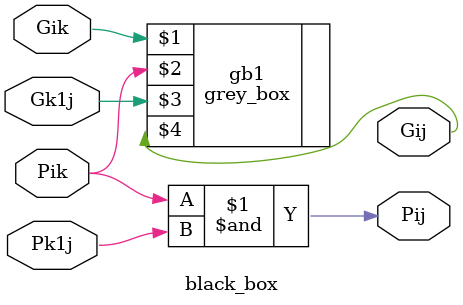
<source format=v>
module black_box(Gik, Pik, Gk1j, Pk1j, Gij, Pij
	);

	// Assigning ports as in/out
	input Gik, Pik, Gk1j, Pk1j;
	output Gij, Pij;

	// Logic
	grey_box gb1(Gik, Pik, Gk1j, Gij);
	and g1(Pij, Pik, Pk1j);

endmodule

</source>
